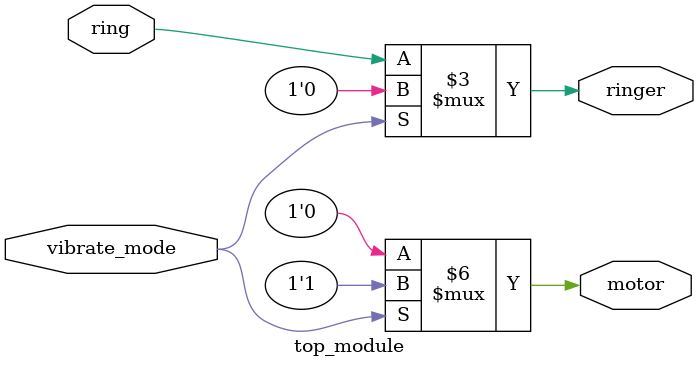
<source format=v>

module top_module(
    input ring, 
    input vibrate_mode,
    output reg ringer,
    output reg motor
);

always @(*) begin
    if (vibrate_mode) begin
        // If vibrate mode is enabled, turn on the motor and turn off the ringer
        motor = 1;
        ringer = 0;
    end else begin
        // If vibrate mode is disabled, turn on the ringer and turn off the motor
        motor = 0;
        ringer = ring;
    end
end

endmodule

</source>
